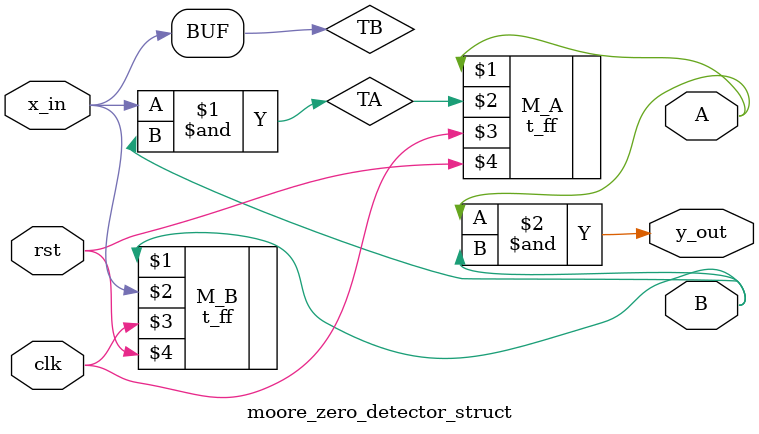
<source format=v>

`include "rtl/src/t_ff.v"

module moore_zero_detector_struct (
    // OUTPUTS
    output y_out
    ,output A
    ,output B

    // INPUTS
    ,input x_in
    ,input clk
    ,input rst
    );

    wire TA, TB;

    // FF input eqs.
    assign TA = x_in & B;
    assign TB = x_in;

    // Output eq.
    assign y_out = A & B;

    t_ff M_A (A, TA, clk, rst);
    t_ff M_B (B, TB, clk, rst);
endmodule

</source>
